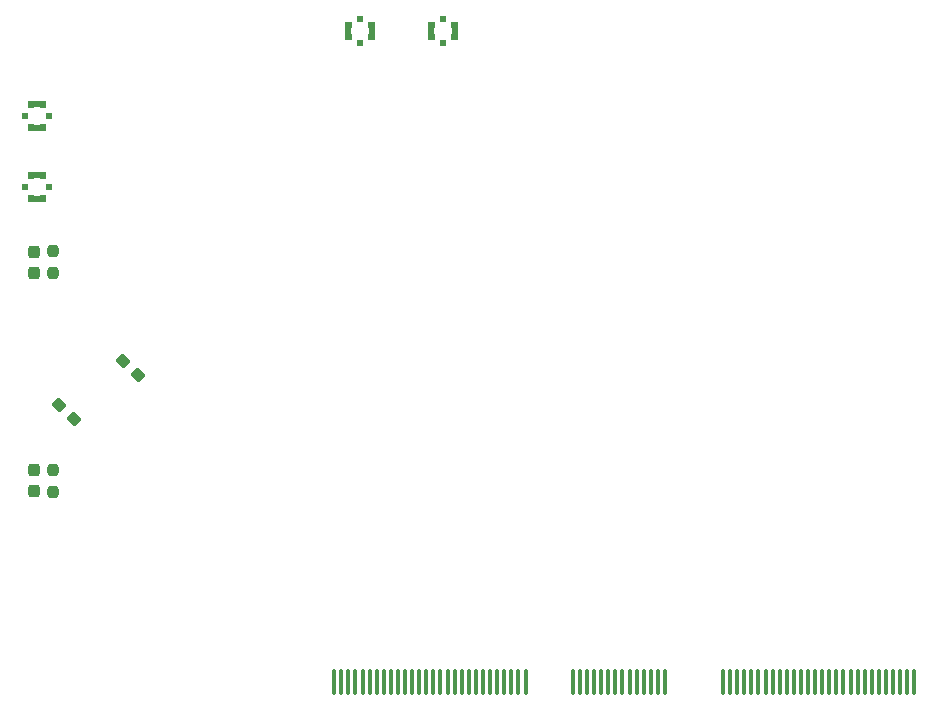
<source format=gbr>
%TF.GenerationSoftware,KiCad,Pcbnew,8.0.2*%
%TF.CreationDate,2024-07-11T13:13:48+02:00*%
%TF.ProjectId,HYDRA_VMM3_CARD,48594452-415f-4564-9d4d-335f43415244,rev?*%
%TF.SameCoordinates,Original*%
%TF.FileFunction,Paste,Bot*%
%TF.FilePolarity,Positive*%
%FSLAX46Y46*%
G04 Gerber Fmt 4.6, Leading zero omitted, Abs format (unit mm)*
G04 Created by KiCad (PCBNEW 8.0.2) date 2024-07-11 13:13:48*
%MOMM*%
%LPD*%
G01*
G04 APERTURE LIST*
G04 Aperture macros list*
%AMRoundRect*
0 Rectangle with rounded corners*
0 $1 Rounding radius*
0 $2 $3 $4 $5 $6 $7 $8 $9 X,Y pos of 4 corners*
0 Add a 4 corners polygon primitive as box body*
4,1,4,$2,$3,$4,$5,$6,$7,$8,$9,$2,$3,0*
0 Add four circle primitives for the rounded corners*
1,1,$1+$1,$2,$3*
1,1,$1+$1,$4,$5*
1,1,$1+$1,$6,$7*
1,1,$1+$1,$8,$9*
0 Add four rect primitives between the rounded corners*
20,1,$1+$1,$2,$3,$4,$5,0*
20,1,$1+$1,$4,$5,$6,$7,0*
20,1,$1+$1,$6,$7,$8,$9,0*
20,1,$1+$1,$8,$9,$2,$3,0*%
%AMFreePoly0*
4,1,21,-0.249646,0.790354,-0.249500,0.790000,0.250000,0.790000,0.250000,-0.790000,-0.249500,-0.790000,-0.249646,-0.790354,-0.250000,-0.790500,-0.330000,-0.790500,-0.330354,-0.790354,-0.330500,-0.790000,-0.330500,-0.270000,-0.330354,-0.269646,-0.250500,-0.189792,-0.250500,0.189792,-0.330354,0.269646,-0.330500,0.270000,-0.330500,0.790000,-0.330354,0.790354,-0.330000,0.790500,-0.250000,0.790500,
-0.249646,0.790354,-0.249646,0.790354,$1*%
%AMFreePoly1*
4,1,21,0.330354,0.790354,0.330500,0.790000,0.330500,0.270000,0.330354,0.269646,0.250500,0.189792,0.250500,-0.189792,0.330354,-0.269646,0.330500,-0.270000,0.330500,-0.790000,0.330354,-0.790354,0.330000,-0.790500,0.250000,-0.790500,0.249646,-0.790354,0.249500,-0.790000,-0.250000,-0.790000,-0.250000,0.790000,0.249500,0.790000,0.249646,0.790354,0.250000,0.790500,0.330000,0.790500,
0.330354,0.790354,0.330354,0.790354,$1*%
G04 Aperture macros list end*
%ADD10RoundRect,0.095000X-0.095000X-0.965000X0.095000X-0.965000X0.095000X0.965000X-0.095000X0.965000X0*%
%ADD11RoundRect,0.237500X0.237500X-0.250000X0.237500X0.250000X-0.237500X0.250000X-0.237500X-0.250000X0*%
%ADD12RoundRect,0.237500X-0.237500X0.250000X-0.237500X-0.250000X0.237500X-0.250000X0.237500X0.250000X0*%
%ADD13RoundRect,0.237500X-0.237500X0.287500X-0.237500X-0.287500X0.237500X-0.287500X0.237500X0.287500X0*%
%ADD14R,0.600000X0.550000*%
%ADD15FreePoly0,180.000000*%
%ADD16FreePoly1,180.000000*%
%ADD17R,0.500000X0.500000*%
%ADD18R,0.550000X0.600000*%
%ADD19FreePoly0,270.000000*%
%ADD20FreePoly1,270.000000*%
%ADD21C,0.150000*%
%ADD22RoundRect,0.237500X0.371231X-0.035355X-0.035355X0.371231X-0.371231X0.035355X0.035355X-0.371231X0*%
%ADD23RoundRect,0.237500X0.237500X-0.287500X0.237500X0.287500X-0.237500X0.287500X-0.237500X-0.287500X0*%
G04 APERTURE END LIST*
D10*
%TO.C,J1*%
X90100000Y-91840000D03*
X90700000Y-91840000D03*
X91300000Y-91840000D03*
X91900000Y-91840000D03*
X92500000Y-91840000D03*
X93100000Y-91840000D03*
X93700000Y-91840000D03*
X94300000Y-91840000D03*
X94900000Y-91840000D03*
X95500000Y-91840000D03*
X96100000Y-91840000D03*
X96700000Y-91840000D03*
X97300000Y-91840000D03*
X97900000Y-91840000D03*
X98500000Y-91840000D03*
X99100000Y-91840000D03*
X99700000Y-91840000D03*
X100300000Y-91840000D03*
X100900000Y-91840000D03*
X101500000Y-91840000D03*
X102100000Y-91840000D03*
X102700000Y-91840000D03*
X103300000Y-91840000D03*
X103900000Y-91840000D03*
X104500000Y-91840000D03*
X105100000Y-91840000D03*
X105700000Y-91840000D03*
X106300000Y-91840000D03*
X110310000Y-91840000D03*
X110910000Y-91840000D03*
X111510000Y-91840000D03*
X112110000Y-91840000D03*
X112710000Y-91840000D03*
X113310000Y-91840000D03*
X113910000Y-91840000D03*
X114510000Y-91840000D03*
X115110000Y-91840000D03*
X115710000Y-91840000D03*
X116310000Y-91840000D03*
X116910000Y-91840000D03*
X117510000Y-91840000D03*
X118110000Y-91840000D03*
X123020000Y-91840000D03*
X123620000Y-91840000D03*
X124220000Y-91840000D03*
X124820000Y-91840000D03*
X125420000Y-91840000D03*
X126020000Y-91840000D03*
X126620000Y-91840000D03*
X127220000Y-91840000D03*
X127820000Y-91840000D03*
X128420000Y-91840000D03*
X129020000Y-91840000D03*
X129620000Y-91840000D03*
X130220000Y-91840000D03*
X130820000Y-91840000D03*
X131420000Y-91840000D03*
X132020000Y-91840000D03*
X132620000Y-91840000D03*
X133220000Y-91840000D03*
X133820000Y-91840000D03*
X134420000Y-91840000D03*
X135020000Y-91840000D03*
X135620000Y-91840000D03*
X136220000Y-91840000D03*
X136820000Y-91840000D03*
X137420000Y-91840000D03*
X138020000Y-91840000D03*
X138620000Y-91840000D03*
X139220000Y-91840000D03*
%TD*%
D11*
%TO.C,R2*%
X66260000Y-75755000D03*
X66260000Y-73930000D03*
%TD*%
D12*
%TO.C,R1*%
X66260000Y-55425000D03*
X66260000Y-57250000D03*
%TD*%
D13*
%TO.C,3.3V_On1*%
X64670000Y-55485000D03*
X64670000Y-57235000D03*
%TD*%
D14*
%TO.C,Temp_TX1*%
X92300000Y-37755000D03*
D15*
X91300000Y-36780000D03*
D16*
X93300000Y-36780000D03*
D17*
X92300000Y-35780000D03*
%TD*%
D18*
%TO.C,Sig2*%
X65925000Y-49970000D03*
D19*
X64950000Y-50970000D03*
D20*
X64950000Y-48970000D03*
D17*
X63950000Y-49970000D03*
%TD*%
D18*
%TO.C,Sig1*%
X65925000Y-43970000D03*
D19*
X64950000Y-44970000D03*
D20*
X64950000Y-42970000D03*
D17*
X63950000Y-43970000D03*
%TD*%
D21*
%TO.C,Temp_1*%
X95006000Y-40000000D03*
X95006000Y-40400000D03*
X95406000Y-40000000D03*
X95406000Y-40400000D03*
%TD*%
D22*
%TO.C,3.3V_0.5A1*%
X73468718Y-65928718D03*
X72231282Y-64691282D03*
%TD*%
D21*
%TO.C,Temp_2*%
X95006000Y-75560000D03*
X95406000Y-75560000D03*
X95006000Y-75160000D03*
X95406000Y-75160000D03*
%TD*%
D22*
%TO.C,1.8V_2.5A1*%
X68068718Y-69638718D03*
X66831282Y-68401282D03*
%TD*%
D23*
%TO.C,1.8_On1*%
X64670000Y-75695000D03*
X64670000Y-73945000D03*
%TD*%
D14*
%TO.C,Temp_RX1*%
X99300000Y-37755000D03*
D15*
X98300000Y-36780000D03*
D16*
X100300000Y-36780000D03*
D17*
X99300000Y-35780000D03*
%TD*%
M02*

</source>
